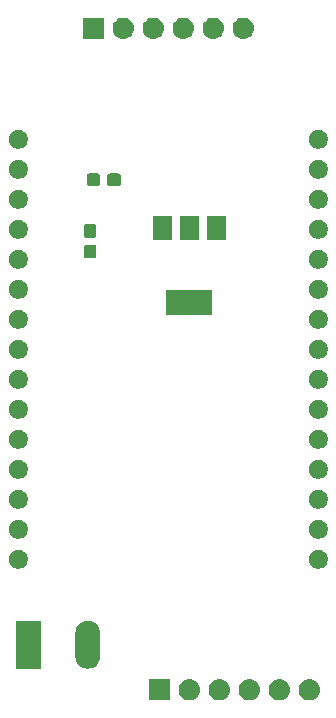
<source format=gts>
G04 #@! TF.GenerationSoftware,KiCad,Pcbnew,(5.0.2)-1*
G04 #@! TF.CreationDate,2019-03-03T23:17:22+08:00*
G04 #@! TF.ProjectId,pcbtest-nrf24_breakout,70636274-6573-4742-9d6e-726632345f62,rev?*
G04 #@! TF.SameCoordinates,Original*
G04 #@! TF.FileFunction,Soldermask,Top*
G04 #@! TF.FilePolarity,Negative*
%FSLAX46Y46*%
G04 Gerber Fmt 4.6, Leading zero omitted, Abs format (unit mm)*
G04 Created by KiCad (PCBNEW (5.0.2)-1) date 03-Mar-19 11:17:22 PM*
%MOMM*%
%LPD*%
G01*
G04 APERTURE LIST*
%ADD10C,0.100000*%
G04 APERTURE END LIST*
D10*
G36*
X119519000Y-124218000D02*
X117717000Y-124218000D01*
X117717000Y-122416000D01*
X119519000Y-122416000D01*
X119519000Y-124218000D01*
X119519000Y-124218000D01*
G37*
G36*
X128888442Y-122422518D02*
X128954627Y-122429037D01*
X129067853Y-122463384D01*
X129124467Y-122480557D01*
X129263087Y-122554652D01*
X129280991Y-122564222D01*
X129316729Y-122593552D01*
X129418186Y-122676814D01*
X129501448Y-122778271D01*
X129530778Y-122814009D01*
X129530779Y-122814011D01*
X129614443Y-122970533D01*
X129614443Y-122970534D01*
X129665963Y-123140373D01*
X129683359Y-123317000D01*
X129665963Y-123493627D01*
X129631616Y-123606853D01*
X129614443Y-123663467D01*
X129540348Y-123802087D01*
X129530778Y-123819991D01*
X129501448Y-123855729D01*
X129418186Y-123957186D01*
X129316729Y-124040448D01*
X129280991Y-124069778D01*
X129280989Y-124069779D01*
X129124467Y-124153443D01*
X129067853Y-124170616D01*
X128954627Y-124204963D01*
X128888442Y-124211482D01*
X128822260Y-124218000D01*
X128733740Y-124218000D01*
X128667558Y-124211482D01*
X128601373Y-124204963D01*
X128488147Y-124170616D01*
X128431533Y-124153443D01*
X128275011Y-124069779D01*
X128275009Y-124069778D01*
X128239271Y-124040448D01*
X128137814Y-123957186D01*
X128054552Y-123855729D01*
X128025222Y-123819991D01*
X128015652Y-123802087D01*
X127941557Y-123663467D01*
X127924384Y-123606853D01*
X127890037Y-123493627D01*
X127872641Y-123317000D01*
X127890037Y-123140373D01*
X127941557Y-122970534D01*
X127941557Y-122970533D01*
X128025221Y-122814011D01*
X128025222Y-122814009D01*
X128054552Y-122778271D01*
X128137814Y-122676814D01*
X128239271Y-122593552D01*
X128275009Y-122564222D01*
X128292913Y-122554652D01*
X128431533Y-122480557D01*
X128488147Y-122463384D01*
X128601373Y-122429037D01*
X128667558Y-122422518D01*
X128733740Y-122416000D01*
X128822260Y-122416000D01*
X128888442Y-122422518D01*
X128888442Y-122422518D01*
G37*
G36*
X131428442Y-122422518D02*
X131494627Y-122429037D01*
X131607853Y-122463384D01*
X131664467Y-122480557D01*
X131803087Y-122554652D01*
X131820991Y-122564222D01*
X131856729Y-122593552D01*
X131958186Y-122676814D01*
X132041448Y-122778271D01*
X132070778Y-122814009D01*
X132070779Y-122814011D01*
X132154443Y-122970533D01*
X132154443Y-122970534D01*
X132205963Y-123140373D01*
X132223359Y-123317000D01*
X132205963Y-123493627D01*
X132171616Y-123606853D01*
X132154443Y-123663467D01*
X132080348Y-123802087D01*
X132070778Y-123819991D01*
X132041448Y-123855729D01*
X131958186Y-123957186D01*
X131856729Y-124040448D01*
X131820991Y-124069778D01*
X131820989Y-124069779D01*
X131664467Y-124153443D01*
X131607853Y-124170616D01*
X131494627Y-124204963D01*
X131428442Y-124211482D01*
X131362260Y-124218000D01*
X131273740Y-124218000D01*
X131207558Y-124211482D01*
X131141373Y-124204963D01*
X131028147Y-124170616D01*
X130971533Y-124153443D01*
X130815011Y-124069779D01*
X130815009Y-124069778D01*
X130779271Y-124040448D01*
X130677814Y-123957186D01*
X130594552Y-123855729D01*
X130565222Y-123819991D01*
X130555652Y-123802087D01*
X130481557Y-123663467D01*
X130464384Y-123606853D01*
X130430037Y-123493627D01*
X130412641Y-123317000D01*
X130430037Y-123140373D01*
X130481557Y-122970534D01*
X130481557Y-122970533D01*
X130565221Y-122814011D01*
X130565222Y-122814009D01*
X130594552Y-122778271D01*
X130677814Y-122676814D01*
X130779271Y-122593552D01*
X130815009Y-122564222D01*
X130832913Y-122554652D01*
X130971533Y-122480557D01*
X131028147Y-122463384D01*
X131141373Y-122429037D01*
X131207558Y-122422518D01*
X131273740Y-122416000D01*
X131362260Y-122416000D01*
X131428442Y-122422518D01*
X131428442Y-122422518D01*
G37*
G36*
X126348442Y-122422518D02*
X126414627Y-122429037D01*
X126527853Y-122463384D01*
X126584467Y-122480557D01*
X126723087Y-122554652D01*
X126740991Y-122564222D01*
X126776729Y-122593552D01*
X126878186Y-122676814D01*
X126961448Y-122778271D01*
X126990778Y-122814009D01*
X126990779Y-122814011D01*
X127074443Y-122970533D01*
X127074443Y-122970534D01*
X127125963Y-123140373D01*
X127143359Y-123317000D01*
X127125963Y-123493627D01*
X127091616Y-123606853D01*
X127074443Y-123663467D01*
X127000348Y-123802087D01*
X126990778Y-123819991D01*
X126961448Y-123855729D01*
X126878186Y-123957186D01*
X126776729Y-124040448D01*
X126740991Y-124069778D01*
X126740989Y-124069779D01*
X126584467Y-124153443D01*
X126527853Y-124170616D01*
X126414627Y-124204963D01*
X126348442Y-124211482D01*
X126282260Y-124218000D01*
X126193740Y-124218000D01*
X126127558Y-124211482D01*
X126061373Y-124204963D01*
X125948147Y-124170616D01*
X125891533Y-124153443D01*
X125735011Y-124069779D01*
X125735009Y-124069778D01*
X125699271Y-124040448D01*
X125597814Y-123957186D01*
X125514552Y-123855729D01*
X125485222Y-123819991D01*
X125475652Y-123802087D01*
X125401557Y-123663467D01*
X125384384Y-123606853D01*
X125350037Y-123493627D01*
X125332641Y-123317000D01*
X125350037Y-123140373D01*
X125401557Y-122970534D01*
X125401557Y-122970533D01*
X125485221Y-122814011D01*
X125485222Y-122814009D01*
X125514552Y-122778271D01*
X125597814Y-122676814D01*
X125699271Y-122593552D01*
X125735009Y-122564222D01*
X125752913Y-122554652D01*
X125891533Y-122480557D01*
X125948147Y-122463384D01*
X126061373Y-122429037D01*
X126127558Y-122422518D01*
X126193740Y-122416000D01*
X126282260Y-122416000D01*
X126348442Y-122422518D01*
X126348442Y-122422518D01*
G37*
G36*
X121268442Y-122422518D02*
X121334627Y-122429037D01*
X121447853Y-122463384D01*
X121504467Y-122480557D01*
X121643087Y-122554652D01*
X121660991Y-122564222D01*
X121696729Y-122593552D01*
X121798186Y-122676814D01*
X121881448Y-122778271D01*
X121910778Y-122814009D01*
X121910779Y-122814011D01*
X121994443Y-122970533D01*
X121994443Y-122970534D01*
X122045963Y-123140373D01*
X122063359Y-123317000D01*
X122045963Y-123493627D01*
X122011616Y-123606853D01*
X121994443Y-123663467D01*
X121920348Y-123802087D01*
X121910778Y-123819991D01*
X121881448Y-123855729D01*
X121798186Y-123957186D01*
X121696729Y-124040448D01*
X121660991Y-124069778D01*
X121660989Y-124069779D01*
X121504467Y-124153443D01*
X121447853Y-124170616D01*
X121334627Y-124204963D01*
X121268442Y-124211482D01*
X121202260Y-124218000D01*
X121113740Y-124218000D01*
X121047558Y-124211482D01*
X120981373Y-124204963D01*
X120868147Y-124170616D01*
X120811533Y-124153443D01*
X120655011Y-124069779D01*
X120655009Y-124069778D01*
X120619271Y-124040448D01*
X120517814Y-123957186D01*
X120434552Y-123855729D01*
X120405222Y-123819991D01*
X120395652Y-123802087D01*
X120321557Y-123663467D01*
X120304384Y-123606853D01*
X120270037Y-123493627D01*
X120252641Y-123317000D01*
X120270037Y-123140373D01*
X120321557Y-122970534D01*
X120321557Y-122970533D01*
X120405221Y-122814011D01*
X120405222Y-122814009D01*
X120434552Y-122778271D01*
X120517814Y-122676814D01*
X120619271Y-122593552D01*
X120655009Y-122564222D01*
X120672913Y-122554652D01*
X120811533Y-122480557D01*
X120868147Y-122463384D01*
X120981373Y-122429037D01*
X121047558Y-122422518D01*
X121113740Y-122416000D01*
X121202260Y-122416000D01*
X121268442Y-122422518D01*
X121268442Y-122422518D01*
G37*
G36*
X123808442Y-122422518D02*
X123874627Y-122429037D01*
X123987853Y-122463384D01*
X124044467Y-122480557D01*
X124183087Y-122554652D01*
X124200991Y-122564222D01*
X124236729Y-122593552D01*
X124338186Y-122676814D01*
X124421448Y-122778271D01*
X124450778Y-122814009D01*
X124450779Y-122814011D01*
X124534443Y-122970533D01*
X124534443Y-122970534D01*
X124585963Y-123140373D01*
X124603359Y-123317000D01*
X124585963Y-123493627D01*
X124551616Y-123606853D01*
X124534443Y-123663467D01*
X124460348Y-123802087D01*
X124450778Y-123819991D01*
X124421448Y-123855729D01*
X124338186Y-123957186D01*
X124236729Y-124040448D01*
X124200991Y-124069778D01*
X124200989Y-124069779D01*
X124044467Y-124153443D01*
X123987853Y-124170616D01*
X123874627Y-124204963D01*
X123808442Y-124211482D01*
X123742260Y-124218000D01*
X123653740Y-124218000D01*
X123587558Y-124211482D01*
X123521373Y-124204963D01*
X123408147Y-124170616D01*
X123351533Y-124153443D01*
X123195011Y-124069779D01*
X123195009Y-124069778D01*
X123159271Y-124040448D01*
X123057814Y-123957186D01*
X122974552Y-123855729D01*
X122945222Y-123819991D01*
X122935652Y-123802087D01*
X122861557Y-123663467D01*
X122844384Y-123606853D01*
X122810037Y-123493627D01*
X122792641Y-123317000D01*
X122810037Y-123140373D01*
X122861557Y-122970534D01*
X122861557Y-122970533D01*
X122945221Y-122814011D01*
X122945222Y-122814009D01*
X122974552Y-122778271D01*
X123057814Y-122676814D01*
X123159271Y-122593552D01*
X123195009Y-122564222D01*
X123212913Y-122554652D01*
X123351533Y-122480557D01*
X123408147Y-122463384D01*
X123521373Y-122429037D01*
X123587558Y-122422518D01*
X123653740Y-122416000D01*
X123742260Y-122416000D01*
X123808442Y-122422518D01*
X123808442Y-122422518D01*
G37*
G36*
X112773071Y-117491063D02*
X112903890Y-117530747D01*
X112969301Y-117550589D01*
X113065965Y-117602257D01*
X113150146Y-117647253D01*
X113150148Y-117647254D01*
X113150147Y-117647254D01*
X113308659Y-117777341D01*
X113438746Y-117935852D01*
X113535411Y-118116698D01*
X113555253Y-118182109D01*
X113594937Y-118312928D01*
X113610000Y-118465868D01*
X113610000Y-120548132D01*
X113594937Y-120701072D01*
X113555253Y-120831891D01*
X113535411Y-120897302D01*
X113438746Y-121078148D01*
X113308659Y-121236659D01*
X113150148Y-121366746D01*
X112969302Y-121463411D01*
X112903891Y-121483253D01*
X112773072Y-121522937D01*
X112569000Y-121543036D01*
X112364929Y-121522937D01*
X112234110Y-121483253D01*
X112168699Y-121463411D01*
X111987853Y-121366746D01*
X111829342Y-121236659D01*
X111699255Y-121078148D01*
X111602590Y-120897302D01*
X111582748Y-120831891D01*
X111543064Y-120701072D01*
X111528001Y-120548132D01*
X111528000Y-118465869D01*
X111543063Y-118312929D01*
X111602589Y-118116700D01*
X111602589Y-118116699D01*
X111699254Y-117935853D01*
X111829341Y-117777341D01*
X111987852Y-117647254D01*
X112168698Y-117550589D01*
X112234109Y-117530747D01*
X112364928Y-117491063D01*
X112569000Y-117470964D01*
X112773071Y-117491063D01*
X112773071Y-117491063D01*
G37*
G36*
X108610000Y-121538000D02*
X106528000Y-121538000D01*
X106528000Y-117476000D01*
X108610000Y-117476000D01*
X108610000Y-121538000D01*
X108610000Y-121538000D01*
G37*
G36*
X106917142Y-111486242D02*
X107065102Y-111547530D01*
X107198258Y-111636502D01*
X107311498Y-111749742D01*
X107400470Y-111882898D01*
X107461758Y-112030858D01*
X107493000Y-112187925D01*
X107493000Y-112348075D01*
X107461758Y-112505142D01*
X107400470Y-112653102D01*
X107311498Y-112786258D01*
X107198258Y-112899498D01*
X107065102Y-112988470D01*
X106917142Y-113049758D01*
X106760075Y-113081000D01*
X106599925Y-113081000D01*
X106442858Y-113049758D01*
X106294898Y-112988470D01*
X106161742Y-112899498D01*
X106048502Y-112786258D01*
X105959530Y-112653102D01*
X105898242Y-112505142D01*
X105867000Y-112348075D01*
X105867000Y-112187925D01*
X105898242Y-112030858D01*
X105959530Y-111882898D01*
X106048502Y-111749742D01*
X106161742Y-111636502D01*
X106294898Y-111547530D01*
X106442858Y-111486242D01*
X106599925Y-111455000D01*
X106760075Y-111455000D01*
X106917142Y-111486242D01*
X106917142Y-111486242D01*
G37*
G36*
X132317142Y-111486242D02*
X132465102Y-111547530D01*
X132598258Y-111636502D01*
X132711498Y-111749742D01*
X132800470Y-111882898D01*
X132861758Y-112030858D01*
X132893000Y-112187925D01*
X132893000Y-112348075D01*
X132861758Y-112505142D01*
X132800470Y-112653102D01*
X132711498Y-112786258D01*
X132598258Y-112899498D01*
X132465102Y-112988470D01*
X132317142Y-113049758D01*
X132160075Y-113081000D01*
X131999925Y-113081000D01*
X131842858Y-113049758D01*
X131694898Y-112988470D01*
X131561742Y-112899498D01*
X131448502Y-112786258D01*
X131359530Y-112653102D01*
X131298242Y-112505142D01*
X131267000Y-112348075D01*
X131267000Y-112187925D01*
X131298242Y-112030858D01*
X131359530Y-111882898D01*
X131448502Y-111749742D01*
X131561742Y-111636502D01*
X131694898Y-111547530D01*
X131842858Y-111486242D01*
X131999925Y-111455000D01*
X132160075Y-111455000D01*
X132317142Y-111486242D01*
X132317142Y-111486242D01*
G37*
G36*
X132317142Y-108946242D02*
X132465102Y-109007530D01*
X132598258Y-109096502D01*
X132711498Y-109209742D01*
X132800470Y-109342898D01*
X132861758Y-109490858D01*
X132893000Y-109647925D01*
X132893000Y-109808075D01*
X132861758Y-109965142D01*
X132800470Y-110113102D01*
X132711498Y-110246258D01*
X132598258Y-110359498D01*
X132465102Y-110448470D01*
X132317142Y-110509758D01*
X132160075Y-110541000D01*
X131999925Y-110541000D01*
X131842858Y-110509758D01*
X131694898Y-110448470D01*
X131561742Y-110359498D01*
X131448502Y-110246258D01*
X131359530Y-110113102D01*
X131298242Y-109965142D01*
X131267000Y-109808075D01*
X131267000Y-109647925D01*
X131298242Y-109490858D01*
X131359530Y-109342898D01*
X131448502Y-109209742D01*
X131561742Y-109096502D01*
X131694898Y-109007530D01*
X131842858Y-108946242D01*
X131999925Y-108915000D01*
X132160075Y-108915000D01*
X132317142Y-108946242D01*
X132317142Y-108946242D01*
G37*
G36*
X106917142Y-108946242D02*
X107065102Y-109007530D01*
X107198258Y-109096502D01*
X107311498Y-109209742D01*
X107400470Y-109342898D01*
X107461758Y-109490858D01*
X107493000Y-109647925D01*
X107493000Y-109808075D01*
X107461758Y-109965142D01*
X107400470Y-110113102D01*
X107311498Y-110246258D01*
X107198258Y-110359498D01*
X107065102Y-110448470D01*
X106917142Y-110509758D01*
X106760075Y-110541000D01*
X106599925Y-110541000D01*
X106442858Y-110509758D01*
X106294898Y-110448470D01*
X106161742Y-110359498D01*
X106048502Y-110246258D01*
X105959530Y-110113102D01*
X105898242Y-109965142D01*
X105867000Y-109808075D01*
X105867000Y-109647925D01*
X105898242Y-109490858D01*
X105959530Y-109342898D01*
X106048502Y-109209742D01*
X106161742Y-109096502D01*
X106294898Y-109007530D01*
X106442858Y-108946242D01*
X106599925Y-108915000D01*
X106760075Y-108915000D01*
X106917142Y-108946242D01*
X106917142Y-108946242D01*
G37*
G36*
X132317142Y-106406242D02*
X132465102Y-106467530D01*
X132598258Y-106556502D01*
X132711498Y-106669742D01*
X132800470Y-106802898D01*
X132861758Y-106950858D01*
X132893000Y-107107925D01*
X132893000Y-107268075D01*
X132861758Y-107425142D01*
X132800470Y-107573102D01*
X132711498Y-107706258D01*
X132598258Y-107819498D01*
X132465102Y-107908470D01*
X132317142Y-107969758D01*
X132160075Y-108001000D01*
X131999925Y-108001000D01*
X131842858Y-107969758D01*
X131694898Y-107908470D01*
X131561742Y-107819498D01*
X131448502Y-107706258D01*
X131359530Y-107573102D01*
X131298242Y-107425142D01*
X131267000Y-107268075D01*
X131267000Y-107107925D01*
X131298242Y-106950858D01*
X131359530Y-106802898D01*
X131448502Y-106669742D01*
X131561742Y-106556502D01*
X131694898Y-106467530D01*
X131842858Y-106406242D01*
X131999925Y-106375000D01*
X132160075Y-106375000D01*
X132317142Y-106406242D01*
X132317142Y-106406242D01*
G37*
G36*
X106917142Y-106406242D02*
X107065102Y-106467530D01*
X107198258Y-106556502D01*
X107311498Y-106669742D01*
X107400470Y-106802898D01*
X107461758Y-106950858D01*
X107493000Y-107107925D01*
X107493000Y-107268075D01*
X107461758Y-107425142D01*
X107400470Y-107573102D01*
X107311498Y-107706258D01*
X107198258Y-107819498D01*
X107065102Y-107908470D01*
X106917142Y-107969758D01*
X106760075Y-108001000D01*
X106599925Y-108001000D01*
X106442858Y-107969758D01*
X106294898Y-107908470D01*
X106161742Y-107819498D01*
X106048502Y-107706258D01*
X105959530Y-107573102D01*
X105898242Y-107425142D01*
X105867000Y-107268075D01*
X105867000Y-107107925D01*
X105898242Y-106950858D01*
X105959530Y-106802898D01*
X106048502Y-106669742D01*
X106161742Y-106556502D01*
X106294898Y-106467530D01*
X106442858Y-106406242D01*
X106599925Y-106375000D01*
X106760075Y-106375000D01*
X106917142Y-106406242D01*
X106917142Y-106406242D01*
G37*
G36*
X106917142Y-103866242D02*
X107065102Y-103927530D01*
X107198258Y-104016502D01*
X107311498Y-104129742D01*
X107400470Y-104262898D01*
X107461758Y-104410858D01*
X107493000Y-104567925D01*
X107493000Y-104728075D01*
X107461758Y-104885142D01*
X107400470Y-105033102D01*
X107311498Y-105166258D01*
X107198258Y-105279498D01*
X107065102Y-105368470D01*
X106917142Y-105429758D01*
X106760075Y-105461000D01*
X106599925Y-105461000D01*
X106442858Y-105429758D01*
X106294898Y-105368470D01*
X106161742Y-105279498D01*
X106048502Y-105166258D01*
X105959530Y-105033102D01*
X105898242Y-104885142D01*
X105867000Y-104728075D01*
X105867000Y-104567925D01*
X105898242Y-104410858D01*
X105959530Y-104262898D01*
X106048502Y-104129742D01*
X106161742Y-104016502D01*
X106294898Y-103927530D01*
X106442858Y-103866242D01*
X106599925Y-103835000D01*
X106760075Y-103835000D01*
X106917142Y-103866242D01*
X106917142Y-103866242D01*
G37*
G36*
X132317142Y-103866242D02*
X132465102Y-103927530D01*
X132598258Y-104016502D01*
X132711498Y-104129742D01*
X132800470Y-104262898D01*
X132861758Y-104410858D01*
X132893000Y-104567925D01*
X132893000Y-104728075D01*
X132861758Y-104885142D01*
X132800470Y-105033102D01*
X132711498Y-105166258D01*
X132598258Y-105279498D01*
X132465102Y-105368470D01*
X132317142Y-105429758D01*
X132160075Y-105461000D01*
X131999925Y-105461000D01*
X131842858Y-105429758D01*
X131694898Y-105368470D01*
X131561742Y-105279498D01*
X131448502Y-105166258D01*
X131359530Y-105033102D01*
X131298242Y-104885142D01*
X131267000Y-104728075D01*
X131267000Y-104567925D01*
X131298242Y-104410858D01*
X131359530Y-104262898D01*
X131448502Y-104129742D01*
X131561742Y-104016502D01*
X131694898Y-103927530D01*
X131842858Y-103866242D01*
X131999925Y-103835000D01*
X132160075Y-103835000D01*
X132317142Y-103866242D01*
X132317142Y-103866242D01*
G37*
G36*
X132317142Y-101326242D02*
X132465102Y-101387530D01*
X132598258Y-101476502D01*
X132711498Y-101589742D01*
X132800470Y-101722898D01*
X132861758Y-101870858D01*
X132893000Y-102027925D01*
X132893000Y-102188075D01*
X132861758Y-102345142D01*
X132800470Y-102493102D01*
X132711498Y-102626258D01*
X132598258Y-102739498D01*
X132465102Y-102828470D01*
X132317142Y-102889758D01*
X132160075Y-102921000D01*
X131999925Y-102921000D01*
X131842858Y-102889758D01*
X131694898Y-102828470D01*
X131561742Y-102739498D01*
X131448502Y-102626258D01*
X131359530Y-102493102D01*
X131298242Y-102345142D01*
X131267000Y-102188075D01*
X131267000Y-102027925D01*
X131298242Y-101870858D01*
X131359530Y-101722898D01*
X131448502Y-101589742D01*
X131561742Y-101476502D01*
X131694898Y-101387530D01*
X131842858Y-101326242D01*
X131999925Y-101295000D01*
X132160075Y-101295000D01*
X132317142Y-101326242D01*
X132317142Y-101326242D01*
G37*
G36*
X106917142Y-101326242D02*
X107065102Y-101387530D01*
X107198258Y-101476502D01*
X107311498Y-101589742D01*
X107400470Y-101722898D01*
X107461758Y-101870858D01*
X107493000Y-102027925D01*
X107493000Y-102188075D01*
X107461758Y-102345142D01*
X107400470Y-102493102D01*
X107311498Y-102626258D01*
X107198258Y-102739498D01*
X107065102Y-102828470D01*
X106917142Y-102889758D01*
X106760075Y-102921000D01*
X106599925Y-102921000D01*
X106442858Y-102889758D01*
X106294898Y-102828470D01*
X106161742Y-102739498D01*
X106048502Y-102626258D01*
X105959530Y-102493102D01*
X105898242Y-102345142D01*
X105867000Y-102188075D01*
X105867000Y-102027925D01*
X105898242Y-101870858D01*
X105959530Y-101722898D01*
X106048502Y-101589742D01*
X106161742Y-101476502D01*
X106294898Y-101387530D01*
X106442858Y-101326242D01*
X106599925Y-101295000D01*
X106760075Y-101295000D01*
X106917142Y-101326242D01*
X106917142Y-101326242D01*
G37*
G36*
X106917142Y-98786242D02*
X107065102Y-98847530D01*
X107198258Y-98936502D01*
X107311498Y-99049742D01*
X107400470Y-99182898D01*
X107461758Y-99330858D01*
X107493000Y-99487925D01*
X107493000Y-99648075D01*
X107461758Y-99805142D01*
X107400470Y-99953102D01*
X107311498Y-100086258D01*
X107198258Y-100199498D01*
X107065102Y-100288470D01*
X106917142Y-100349758D01*
X106760075Y-100381000D01*
X106599925Y-100381000D01*
X106442858Y-100349758D01*
X106294898Y-100288470D01*
X106161742Y-100199498D01*
X106048502Y-100086258D01*
X105959530Y-99953102D01*
X105898242Y-99805142D01*
X105867000Y-99648075D01*
X105867000Y-99487925D01*
X105898242Y-99330858D01*
X105959530Y-99182898D01*
X106048502Y-99049742D01*
X106161742Y-98936502D01*
X106294898Y-98847530D01*
X106442858Y-98786242D01*
X106599925Y-98755000D01*
X106760075Y-98755000D01*
X106917142Y-98786242D01*
X106917142Y-98786242D01*
G37*
G36*
X132317142Y-98786242D02*
X132465102Y-98847530D01*
X132598258Y-98936502D01*
X132711498Y-99049742D01*
X132800470Y-99182898D01*
X132861758Y-99330858D01*
X132893000Y-99487925D01*
X132893000Y-99648075D01*
X132861758Y-99805142D01*
X132800470Y-99953102D01*
X132711498Y-100086258D01*
X132598258Y-100199498D01*
X132465102Y-100288470D01*
X132317142Y-100349758D01*
X132160075Y-100381000D01*
X131999925Y-100381000D01*
X131842858Y-100349758D01*
X131694898Y-100288470D01*
X131561742Y-100199498D01*
X131448502Y-100086258D01*
X131359530Y-99953102D01*
X131298242Y-99805142D01*
X131267000Y-99648075D01*
X131267000Y-99487925D01*
X131298242Y-99330858D01*
X131359530Y-99182898D01*
X131448502Y-99049742D01*
X131561742Y-98936502D01*
X131694898Y-98847530D01*
X131842858Y-98786242D01*
X131999925Y-98755000D01*
X132160075Y-98755000D01*
X132317142Y-98786242D01*
X132317142Y-98786242D01*
G37*
G36*
X106917142Y-96246242D02*
X107065102Y-96307530D01*
X107198258Y-96396502D01*
X107311498Y-96509742D01*
X107400470Y-96642898D01*
X107461758Y-96790858D01*
X107493000Y-96947925D01*
X107493000Y-97108075D01*
X107461758Y-97265142D01*
X107400470Y-97413102D01*
X107311498Y-97546258D01*
X107198258Y-97659498D01*
X107065102Y-97748470D01*
X106917142Y-97809758D01*
X106760075Y-97841000D01*
X106599925Y-97841000D01*
X106442858Y-97809758D01*
X106294898Y-97748470D01*
X106161742Y-97659498D01*
X106048502Y-97546258D01*
X105959530Y-97413102D01*
X105898242Y-97265142D01*
X105867000Y-97108075D01*
X105867000Y-96947925D01*
X105898242Y-96790858D01*
X105959530Y-96642898D01*
X106048502Y-96509742D01*
X106161742Y-96396502D01*
X106294898Y-96307530D01*
X106442858Y-96246242D01*
X106599925Y-96215000D01*
X106760075Y-96215000D01*
X106917142Y-96246242D01*
X106917142Y-96246242D01*
G37*
G36*
X132317142Y-96246242D02*
X132465102Y-96307530D01*
X132598258Y-96396502D01*
X132711498Y-96509742D01*
X132800470Y-96642898D01*
X132861758Y-96790858D01*
X132893000Y-96947925D01*
X132893000Y-97108075D01*
X132861758Y-97265142D01*
X132800470Y-97413102D01*
X132711498Y-97546258D01*
X132598258Y-97659498D01*
X132465102Y-97748470D01*
X132317142Y-97809758D01*
X132160075Y-97841000D01*
X131999925Y-97841000D01*
X131842858Y-97809758D01*
X131694898Y-97748470D01*
X131561742Y-97659498D01*
X131448502Y-97546258D01*
X131359530Y-97413102D01*
X131298242Y-97265142D01*
X131267000Y-97108075D01*
X131267000Y-96947925D01*
X131298242Y-96790858D01*
X131359530Y-96642898D01*
X131448502Y-96509742D01*
X131561742Y-96396502D01*
X131694898Y-96307530D01*
X131842858Y-96246242D01*
X131999925Y-96215000D01*
X132160075Y-96215000D01*
X132317142Y-96246242D01*
X132317142Y-96246242D01*
G37*
G36*
X106917142Y-93706242D02*
X107065102Y-93767530D01*
X107198258Y-93856502D01*
X107311498Y-93969742D01*
X107400470Y-94102898D01*
X107461758Y-94250858D01*
X107493000Y-94407925D01*
X107493000Y-94568075D01*
X107461758Y-94725142D01*
X107400470Y-94873102D01*
X107311498Y-95006258D01*
X107198258Y-95119498D01*
X107065102Y-95208470D01*
X106917142Y-95269758D01*
X106760075Y-95301000D01*
X106599925Y-95301000D01*
X106442858Y-95269758D01*
X106294898Y-95208470D01*
X106161742Y-95119498D01*
X106048502Y-95006258D01*
X105959530Y-94873102D01*
X105898242Y-94725142D01*
X105867000Y-94568075D01*
X105867000Y-94407925D01*
X105898242Y-94250858D01*
X105959530Y-94102898D01*
X106048502Y-93969742D01*
X106161742Y-93856502D01*
X106294898Y-93767530D01*
X106442858Y-93706242D01*
X106599925Y-93675000D01*
X106760075Y-93675000D01*
X106917142Y-93706242D01*
X106917142Y-93706242D01*
G37*
G36*
X132317142Y-93706242D02*
X132465102Y-93767530D01*
X132598258Y-93856502D01*
X132711498Y-93969742D01*
X132800470Y-94102898D01*
X132861758Y-94250858D01*
X132893000Y-94407925D01*
X132893000Y-94568075D01*
X132861758Y-94725142D01*
X132800470Y-94873102D01*
X132711498Y-95006258D01*
X132598258Y-95119498D01*
X132465102Y-95208470D01*
X132317142Y-95269758D01*
X132160075Y-95301000D01*
X131999925Y-95301000D01*
X131842858Y-95269758D01*
X131694898Y-95208470D01*
X131561742Y-95119498D01*
X131448502Y-95006258D01*
X131359530Y-94873102D01*
X131298242Y-94725142D01*
X131267000Y-94568075D01*
X131267000Y-94407925D01*
X131298242Y-94250858D01*
X131359530Y-94102898D01*
X131448502Y-93969742D01*
X131561742Y-93856502D01*
X131694898Y-93767530D01*
X131842858Y-93706242D01*
X131999925Y-93675000D01*
X132160075Y-93675000D01*
X132317142Y-93706242D01*
X132317142Y-93706242D01*
G37*
G36*
X132317142Y-91166242D02*
X132465102Y-91227530D01*
X132598258Y-91316502D01*
X132711498Y-91429742D01*
X132800470Y-91562898D01*
X132861758Y-91710858D01*
X132893000Y-91867925D01*
X132893000Y-92028075D01*
X132861758Y-92185142D01*
X132800470Y-92333102D01*
X132711498Y-92466258D01*
X132598258Y-92579498D01*
X132465102Y-92668470D01*
X132317142Y-92729758D01*
X132160075Y-92761000D01*
X131999925Y-92761000D01*
X131842858Y-92729758D01*
X131694898Y-92668470D01*
X131561742Y-92579498D01*
X131448502Y-92466258D01*
X131359530Y-92333102D01*
X131298242Y-92185142D01*
X131267000Y-92028075D01*
X131267000Y-91867925D01*
X131298242Y-91710858D01*
X131359530Y-91562898D01*
X131448502Y-91429742D01*
X131561742Y-91316502D01*
X131694898Y-91227530D01*
X131842858Y-91166242D01*
X131999925Y-91135000D01*
X132160075Y-91135000D01*
X132317142Y-91166242D01*
X132317142Y-91166242D01*
G37*
G36*
X106917142Y-91166242D02*
X107065102Y-91227530D01*
X107198258Y-91316502D01*
X107311498Y-91429742D01*
X107400470Y-91562898D01*
X107461758Y-91710858D01*
X107493000Y-91867925D01*
X107493000Y-92028075D01*
X107461758Y-92185142D01*
X107400470Y-92333102D01*
X107311498Y-92466258D01*
X107198258Y-92579498D01*
X107065102Y-92668470D01*
X106917142Y-92729758D01*
X106760075Y-92761000D01*
X106599925Y-92761000D01*
X106442858Y-92729758D01*
X106294898Y-92668470D01*
X106161742Y-92579498D01*
X106048502Y-92466258D01*
X105959530Y-92333102D01*
X105898242Y-92185142D01*
X105867000Y-92028075D01*
X105867000Y-91867925D01*
X105898242Y-91710858D01*
X105959530Y-91562898D01*
X106048502Y-91429742D01*
X106161742Y-91316502D01*
X106294898Y-91227530D01*
X106442858Y-91166242D01*
X106599925Y-91135000D01*
X106760075Y-91135000D01*
X106917142Y-91166242D01*
X106917142Y-91166242D01*
G37*
G36*
X123109000Y-91577000D02*
X119207000Y-91577000D01*
X119207000Y-89475000D01*
X123109000Y-89475000D01*
X123109000Y-91577000D01*
X123109000Y-91577000D01*
G37*
G36*
X132317142Y-88626242D02*
X132465102Y-88687530D01*
X132598258Y-88776502D01*
X132711498Y-88889742D01*
X132800470Y-89022898D01*
X132861758Y-89170858D01*
X132893000Y-89327925D01*
X132893000Y-89488075D01*
X132861758Y-89645142D01*
X132800470Y-89793102D01*
X132711498Y-89926258D01*
X132598258Y-90039498D01*
X132465102Y-90128470D01*
X132317142Y-90189758D01*
X132160075Y-90221000D01*
X131999925Y-90221000D01*
X131842858Y-90189758D01*
X131694898Y-90128470D01*
X131561742Y-90039498D01*
X131448502Y-89926258D01*
X131359530Y-89793102D01*
X131298242Y-89645142D01*
X131267000Y-89488075D01*
X131267000Y-89327925D01*
X131298242Y-89170858D01*
X131359530Y-89022898D01*
X131448502Y-88889742D01*
X131561742Y-88776502D01*
X131694898Y-88687530D01*
X131842858Y-88626242D01*
X131999925Y-88595000D01*
X132160075Y-88595000D01*
X132317142Y-88626242D01*
X132317142Y-88626242D01*
G37*
G36*
X106917142Y-88626242D02*
X107065102Y-88687530D01*
X107198258Y-88776502D01*
X107311498Y-88889742D01*
X107400470Y-89022898D01*
X107461758Y-89170858D01*
X107493000Y-89327925D01*
X107493000Y-89488075D01*
X107461758Y-89645142D01*
X107400470Y-89793102D01*
X107311498Y-89926258D01*
X107198258Y-90039498D01*
X107065102Y-90128470D01*
X106917142Y-90189758D01*
X106760075Y-90221000D01*
X106599925Y-90221000D01*
X106442858Y-90189758D01*
X106294898Y-90128470D01*
X106161742Y-90039498D01*
X106048502Y-89926258D01*
X105959530Y-89793102D01*
X105898242Y-89645142D01*
X105867000Y-89488075D01*
X105867000Y-89327925D01*
X105898242Y-89170858D01*
X105959530Y-89022898D01*
X106048502Y-88889742D01*
X106161742Y-88776502D01*
X106294898Y-88687530D01*
X106442858Y-88626242D01*
X106599925Y-88595000D01*
X106760075Y-88595000D01*
X106917142Y-88626242D01*
X106917142Y-88626242D01*
G37*
G36*
X132317142Y-86086242D02*
X132465102Y-86147530D01*
X132598258Y-86236502D01*
X132711498Y-86349742D01*
X132800470Y-86482898D01*
X132861758Y-86630858D01*
X132893000Y-86787925D01*
X132893000Y-86948075D01*
X132861758Y-87105142D01*
X132800470Y-87253102D01*
X132711498Y-87386258D01*
X132598258Y-87499498D01*
X132465102Y-87588470D01*
X132317142Y-87649758D01*
X132160075Y-87681000D01*
X131999925Y-87681000D01*
X131842858Y-87649758D01*
X131694898Y-87588470D01*
X131561742Y-87499498D01*
X131448502Y-87386258D01*
X131359530Y-87253102D01*
X131298242Y-87105142D01*
X131267000Y-86948075D01*
X131267000Y-86787925D01*
X131298242Y-86630858D01*
X131359530Y-86482898D01*
X131448502Y-86349742D01*
X131561742Y-86236502D01*
X131694898Y-86147530D01*
X131842858Y-86086242D01*
X131999925Y-86055000D01*
X132160075Y-86055000D01*
X132317142Y-86086242D01*
X132317142Y-86086242D01*
G37*
G36*
X106917142Y-86086242D02*
X107065102Y-86147530D01*
X107198258Y-86236502D01*
X107311498Y-86349742D01*
X107400470Y-86482898D01*
X107461758Y-86630858D01*
X107493000Y-86787925D01*
X107493000Y-86948075D01*
X107461758Y-87105142D01*
X107400470Y-87253102D01*
X107311498Y-87386258D01*
X107198258Y-87499498D01*
X107065102Y-87588470D01*
X106917142Y-87649758D01*
X106760075Y-87681000D01*
X106599925Y-87681000D01*
X106442858Y-87649758D01*
X106294898Y-87588470D01*
X106161742Y-87499498D01*
X106048502Y-87386258D01*
X105959530Y-87253102D01*
X105898242Y-87105142D01*
X105867000Y-86948075D01*
X105867000Y-86787925D01*
X105898242Y-86630858D01*
X105959530Y-86482898D01*
X106048502Y-86349742D01*
X106161742Y-86236502D01*
X106294898Y-86147530D01*
X106442858Y-86086242D01*
X106599925Y-86055000D01*
X106760075Y-86055000D01*
X106917142Y-86086242D01*
X106917142Y-86086242D01*
G37*
G36*
X113140499Y-85647445D02*
X113177993Y-85658819D01*
X113212557Y-85677294D01*
X113242847Y-85702153D01*
X113267706Y-85732443D01*
X113286181Y-85767007D01*
X113297555Y-85804501D01*
X113302000Y-85849638D01*
X113302000Y-86588362D01*
X113297555Y-86633499D01*
X113286181Y-86670993D01*
X113267706Y-86705557D01*
X113242847Y-86735847D01*
X113212557Y-86760706D01*
X113177993Y-86779181D01*
X113140499Y-86790555D01*
X113095362Y-86795000D01*
X112456638Y-86795000D01*
X112411501Y-86790555D01*
X112374007Y-86779181D01*
X112339443Y-86760706D01*
X112309153Y-86735847D01*
X112284294Y-86705557D01*
X112265819Y-86670993D01*
X112254445Y-86633499D01*
X112250000Y-86588362D01*
X112250000Y-85849638D01*
X112254445Y-85804501D01*
X112265819Y-85767007D01*
X112284294Y-85732443D01*
X112309153Y-85702153D01*
X112339443Y-85677294D01*
X112374007Y-85658819D01*
X112411501Y-85647445D01*
X112456638Y-85643000D01*
X113095362Y-85643000D01*
X113140499Y-85647445D01*
X113140499Y-85647445D01*
G37*
G36*
X124259000Y-85277000D02*
X122657000Y-85277000D01*
X122657000Y-83175000D01*
X124259000Y-83175000D01*
X124259000Y-85277000D01*
X124259000Y-85277000D01*
G37*
G36*
X119659000Y-85277000D02*
X118057000Y-85277000D01*
X118057000Y-83175000D01*
X119659000Y-83175000D01*
X119659000Y-85277000D01*
X119659000Y-85277000D01*
G37*
G36*
X121959000Y-85277000D02*
X120357000Y-85277000D01*
X120357000Y-83175000D01*
X121959000Y-83175000D01*
X121959000Y-85277000D01*
X121959000Y-85277000D01*
G37*
G36*
X132317142Y-83546242D02*
X132465102Y-83607530D01*
X132598258Y-83696502D01*
X132711498Y-83809742D01*
X132800470Y-83942898D01*
X132861758Y-84090858D01*
X132893000Y-84247925D01*
X132893000Y-84408075D01*
X132861758Y-84565142D01*
X132814354Y-84679583D01*
X132800471Y-84713100D01*
X132711499Y-84846257D01*
X132598257Y-84959499D01*
X132558824Y-84985847D01*
X132465102Y-85048470D01*
X132317142Y-85109758D01*
X132160075Y-85141000D01*
X131999925Y-85141000D01*
X131842858Y-85109758D01*
X131694898Y-85048470D01*
X131601176Y-84985847D01*
X131561743Y-84959499D01*
X131448501Y-84846257D01*
X131359529Y-84713100D01*
X131345646Y-84679583D01*
X131298242Y-84565142D01*
X131267000Y-84408075D01*
X131267000Y-84247925D01*
X131298242Y-84090858D01*
X131359530Y-83942898D01*
X131448502Y-83809742D01*
X131561742Y-83696502D01*
X131694898Y-83607530D01*
X131842858Y-83546242D01*
X131999925Y-83515000D01*
X132160075Y-83515000D01*
X132317142Y-83546242D01*
X132317142Y-83546242D01*
G37*
G36*
X106917142Y-83546242D02*
X107065102Y-83607530D01*
X107198258Y-83696502D01*
X107311498Y-83809742D01*
X107400470Y-83942898D01*
X107461758Y-84090858D01*
X107493000Y-84247925D01*
X107493000Y-84408075D01*
X107461758Y-84565142D01*
X107414354Y-84679583D01*
X107400471Y-84713100D01*
X107311499Y-84846257D01*
X107198257Y-84959499D01*
X107158824Y-84985847D01*
X107065102Y-85048470D01*
X106917142Y-85109758D01*
X106760075Y-85141000D01*
X106599925Y-85141000D01*
X106442858Y-85109758D01*
X106294898Y-85048470D01*
X106201176Y-84985847D01*
X106161743Y-84959499D01*
X106048501Y-84846257D01*
X105959529Y-84713100D01*
X105945646Y-84679583D01*
X105898242Y-84565142D01*
X105867000Y-84408075D01*
X105867000Y-84247925D01*
X105898242Y-84090858D01*
X105959530Y-83942898D01*
X106048502Y-83809742D01*
X106161742Y-83696502D01*
X106294898Y-83607530D01*
X106442858Y-83546242D01*
X106599925Y-83515000D01*
X106760075Y-83515000D01*
X106917142Y-83546242D01*
X106917142Y-83546242D01*
G37*
G36*
X113140499Y-83897445D02*
X113177993Y-83908819D01*
X113212557Y-83927294D01*
X113242847Y-83952153D01*
X113267706Y-83982443D01*
X113286181Y-84017007D01*
X113297555Y-84054501D01*
X113302000Y-84099638D01*
X113302000Y-84838362D01*
X113297555Y-84883499D01*
X113286181Y-84920993D01*
X113267706Y-84955557D01*
X113242847Y-84985847D01*
X113212557Y-85010706D01*
X113177993Y-85029181D01*
X113140499Y-85040555D01*
X113095362Y-85045000D01*
X112456638Y-85045000D01*
X112411501Y-85040555D01*
X112374007Y-85029181D01*
X112339443Y-85010706D01*
X112309153Y-84985847D01*
X112284294Y-84955557D01*
X112265819Y-84920993D01*
X112254445Y-84883499D01*
X112250000Y-84838362D01*
X112250000Y-84099638D01*
X112254445Y-84054501D01*
X112265819Y-84017007D01*
X112284294Y-83982443D01*
X112309153Y-83952153D01*
X112339443Y-83927294D01*
X112374007Y-83908819D01*
X112411501Y-83897445D01*
X112456638Y-83893000D01*
X113095362Y-83893000D01*
X113140499Y-83897445D01*
X113140499Y-83897445D01*
G37*
G36*
X106917142Y-81006242D02*
X107065102Y-81067530D01*
X107198258Y-81156502D01*
X107311498Y-81269742D01*
X107400470Y-81402898D01*
X107461758Y-81550858D01*
X107493000Y-81707925D01*
X107493000Y-81868075D01*
X107461758Y-82025142D01*
X107400470Y-82173102D01*
X107311498Y-82306258D01*
X107198258Y-82419498D01*
X107065102Y-82508470D01*
X106917142Y-82569758D01*
X106760075Y-82601000D01*
X106599925Y-82601000D01*
X106442858Y-82569758D01*
X106294898Y-82508470D01*
X106161742Y-82419498D01*
X106048502Y-82306258D01*
X105959530Y-82173102D01*
X105898242Y-82025142D01*
X105867000Y-81868075D01*
X105867000Y-81707925D01*
X105898242Y-81550858D01*
X105959530Y-81402898D01*
X106048502Y-81269742D01*
X106161742Y-81156502D01*
X106294898Y-81067530D01*
X106442858Y-81006242D01*
X106599925Y-80975000D01*
X106760075Y-80975000D01*
X106917142Y-81006242D01*
X106917142Y-81006242D01*
G37*
G36*
X132317142Y-81006242D02*
X132465102Y-81067530D01*
X132598258Y-81156502D01*
X132711498Y-81269742D01*
X132800470Y-81402898D01*
X132861758Y-81550858D01*
X132893000Y-81707925D01*
X132893000Y-81868075D01*
X132861758Y-82025142D01*
X132800470Y-82173102D01*
X132711498Y-82306258D01*
X132598258Y-82419498D01*
X132465102Y-82508470D01*
X132317142Y-82569758D01*
X132160075Y-82601000D01*
X131999925Y-82601000D01*
X131842858Y-82569758D01*
X131694898Y-82508470D01*
X131561742Y-82419498D01*
X131448502Y-82306258D01*
X131359530Y-82173102D01*
X131298242Y-82025142D01*
X131267000Y-81868075D01*
X131267000Y-81707925D01*
X131298242Y-81550858D01*
X131359530Y-81402898D01*
X131448502Y-81269742D01*
X131561742Y-81156502D01*
X131694898Y-81067530D01*
X131842858Y-81006242D01*
X131999925Y-80975000D01*
X132160075Y-80975000D01*
X132317142Y-81006242D01*
X132317142Y-81006242D01*
G37*
G36*
X115208499Y-79615445D02*
X115245993Y-79626819D01*
X115280557Y-79645294D01*
X115310847Y-79670153D01*
X115335706Y-79700443D01*
X115354181Y-79735007D01*
X115365555Y-79772501D01*
X115370000Y-79817638D01*
X115370000Y-80456362D01*
X115365555Y-80501499D01*
X115354181Y-80538993D01*
X115335706Y-80573557D01*
X115310847Y-80603847D01*
X115280557Y-80628706D01*
X115245993Y-80647181D01*
X115208499Y-80658555D01*
X115163362Y-80663000D01*
X114424638Y-80663000D01*
X114379501Y-80658555D01*
X114342007Y-80647181D01*
X114307443Y-80628706D01*
X114277153Y-80603847D01*
X114252294Y-80573557D01*
X114233819Y-80538993D01*
X114222445Y-80501499D01*
X114218000Y-80456362D01*
X114218000Y-79817638D01*
X114222445Y-79772501D01*
X114233819Y-79735007D01*
X114252294Y-79700443D01*
X114277153Y-79670153D01*
X114307443Y-79645294D01*
X114342007Y-79626819D01*
X114379501Y-79615445D01*
X114424638Y-79611000D01*
X115163362Y-79611000D01*
X115208499Y-79615445D01*
X115208499Y-79615445D01*
G37*
G36*
X113458499Y-79615445D02*
X113495993Y-79626819D01*
X113530557Y-79645294D01*
X113560847Y-79670153D01*
X113585706Y-79700443D01*
X113604181Y-79735007D01*
X113615555Y-79772501D01*
X113620000Y-79817638D01*
X113620000Y-80456362D01*
X113615555Y-80501499D01*
X113604181Y-80538993D01*
X113585706Y-80573557D01*
X113560847Y-80603847D01*
X113530557Y-80628706D01*
X113495993Y-80647181D01*
X113458499Y-80658555D01*
X113413362Y-80663000D01*
X112674638Y-80663000D01*
X112629501Y-80658555D01*
X112592007Y-80647181D01*
X112557443Y-80628706D01*
X112527153Y-80603847D01*
X112502294Y-80573557D01*
X112483819Y-80538993D01*
X112472445Y-80501499D01*
X112468000Y-80456362D01*
X112468000Y-79817638D01*
X112472445Y-79772501D01*
X112483819Y-79735007D01*
X112502294Y-79700443D01*
X112527153Y-79670153D01*
X112557443Y-79645294D01*
X112592007Y-79626819D01*
X112629501Y-79615445D01*
X112674638Y-79611000D01*
X113413362Y-79611000D01*
X113458499Y-79615445D01*
X113458499Y-79615445D01*
G37*
G36*
X132317142Y-78466242D02*
X132465102Y-78527530D01*
X132598258Y-78616502D01*
X132711498Y-78729742D01*
X132800470Y-78862898D01*
X132861758Y-79010858D01*
X132893000Y-79167925D01*
X132893000Y-79328075D01*
X132861758Y-79485142D01*
X132814354Y-79599583D01*
X132801333Y-79631020D01*
X132800470Y-79633102D01*
X132711498Y-79766258D01*
X132598258Y-79879498D01*
X132465102Y-79968470D01*
X132317142Y-80029758D01*
X132160075Y-80061000D01*
X131999925Y-80061000D01*
X131842858Y-80029758D01*
X131694898Y-79968470D01*
X131561742Y-79879498D01*
X131448502Y-79766258D01*
X131359530Y-79633102D01*
X131358668Y-79631020D01*
X131345646Y-79599583D01*
X131298242Y-79485142D01*
X131267000Y-79328075D01*
X131267000Y-79167925D01*
X131298242Y-79010858D01*
X131359530Y-78862898D01*
X131448502Y-78729742D01*
X131561742Y-78616502D01*
X131694898Y-78527530D01*
X131842858Y-78466242D01*
X131999925Y-78435000D01*
X132160075Y-78435000D01*
X132317142Y-78466242D01*
X132317142Y-78466242D01*
G37*
G36*
X106917142Y-78466242D02*
X107065102Y-78527530D01*
X107198258Y-78616502D01*
X107311498Y-78729742D01*
X107400470Y-78862898D01*
X107461758Y-79010858D01*
X107493000Y-79167925D01*
X107493000Y-79328075D01*
X107461758Y-79485142D01*
X107414354Y-79599583D01*
X107401333Y-79631020D01*
X107400470Y-79633102D01*
X107311498Y-79766258D01*
X107198258Y-79879498D01*
X107065102Y-79968470D01*
X106917142Y-80029758D01*
X106760075Y-80061000D01*
X106599925Y-80061000D01*
X106442858Y-80029758D01*
X106294898Y-79968470D01*
X106161742Y-79879498D01*
X106048502Y-79766258D01*
X105959530Y-79633102D01*
X105958668Y-79631020D01*
X105945646Y-79599583D01*
X105898242Y-79485142D01*
X105867000Y-79328075D01*
X105867000Y-79167925D01*
X105898242Y-79010858D01*
X105959530Y-78862898D01*
X106048502Y-78729742D01*
X106161742Y-78616502D01*
X106294898Y-78527530D01*
X106442858Y-78466242D01*
X106599925Y-78435000D01*
X106760075Y-78435000D01*
X106917142Y-78466242D01*
X106917142Y-78466242D01*
G37*
G36*
X132317142Y-75926242D02*
X132465102Y-75987530D01*
X132598258Y-76076502D01*
X132711498Y-76189742D01*
X132800470Y-76322898D01*
X132861758Y-76470858D01*
X132893000Y-76627925D01*
X132893000Y-76788075D01*
X132861758Y-76945142D01*
X132800470Y-77093102D01*
X132711498Y-77226258D01*
X132598258Y-77339498D01*
X132465102Y-77428470D01*
X132317142Y-77489758D01*
X132160075Y-77521000D01*
X131999925Y-77521000D01*
X131842858Y-77489758D01*
X131694898Y-77428470D01*
X131561742Y-77339498D01*
X131448502Y-77226258D01*
X131359530Y-77093102D01*
X131298242Y-76945142D01*
X131267000Y-76788075D01*
X131267000Y-76627925D01*
X131298242Y-76470858D01*
X131359530Y-76322898D01*
X131448502Y-76189742D01*
X131561742Y-76076502D01*
X131694898Y-75987530D01*
X131842858Y-75926242D01*
X131999925Y-75895000D01*
X132160075Y-75895000D01*
X132317142Y-75926242D01*
X132317142Y-75926242D01*
G37*
G36*
X106917142Y-75926242D02*
X107065102Y-75987530D01*
X107198258Y-76076502D01*
X107311498Y-76189742D01*
X107400470Y-76322898D01*
X107461758Y-76470858D01*
X107493000Y-76627925D01*
X107493000Y-76788075D01*
X107461758Y-76945142D01*
X107400470Y-77093102D01*
X107311498Y-77226258D01*
X107198258Y-77339498D01*
X107065102Y-77428470D01*
X106917142Y-77489758D01*
X106760075Y-77521000D01*
X106599925Y-77521000D01*
X106442858Y-77489758D01*
X106294898Y-77428470D01*
X106161742Y-77339498D01*
X106048502Y-77226258D01*
X105959530Y-77093102D01*
X105898242Y-76945142D01*
X105867000Y-76788075D01*
X105867000Y-76627925D01*
X105898242Y-76470858D01*
X105959530Y-76322898D01*
X106048502Y-76189742D01*
X106161742Y-76076502D01*
X106294898Y-75987530D01*
X106442858Y-75926242D01*
X106599925Y-75895000D01*
X106760075Y-75895000D01*
X106917142Y-75926242D01*
X106917142Y-75926242D01*
G37*
G36*
X120760443Y-66415519D02*
X120826627Y-66422037D01*
X120939853Y-66456384D01*
X120996467Y-66473557D01*
X121135087Y-66547652D01*
X121152991Y-66557222D01*
X121188729Y-66586552D01*
X121290186Y-66669814D01*
X121373448Y-66771271D01*
X121402778Y-66807009D01*
X121402779Y-66807011D01*
X121486443Y-66963533D01*
X121486443Y-66963534D01*
X121537963Y-67133373D01*
X121555359Y-67310000D01*
X121537963Y-67486627D01*
X121503616Y-67599853D01*
X121486443Y-67656467D01*
X121412348Y-67795087D01*
X121402778Y-67812991D01*
X121373448Y-67848729D01*
X121290186Y-67950186D01*
X121188729Y-68033448D01*
X121152991Y-68062778D01*
X121152989Y-68062779D01*
X120996467Y-68146443D01*
X120939853Y-68163616D01*
X120826627Y-68197963D01*
X120760443Y-68204481D01*
X120694260Y-68211000D01*
X120605740Y-68211000D01*
X120539557Y-68204481D01*
X120473373Y-68197963D01*
X120360147Y-68163616D01*
X120303533Y-68146443D01*
X120147011Y-68062779D01*
X120147009Y-68062778D01*
X120111271Y-68033448D01*
X120009814Y-67950186D01*
X119926552Y-67848729D01*
X119897222Y-67812991D01*
X119887652Y-67795087D01*
X119813557Y-67656467D01*
X119796384Y-67599853D01*
X119762037Y-67486627D01*
X119744641Y-67310000D01*
X119762037Y-67133373D01*
X119813557Y-66963534D01*
X119813557Y-66963533D01*
X119897221Y-66807011D01*
X119897222Y-66807009D01*
X119926552Y-66771271D01*
X120009814Y-66669814D01*
X120111271Y-66586552D01*
X120147009Y-66557222D01*
X120164913Y-66547652D01*
X120303533Y-66473557D01*
X120360147Y-66456384D01*
X120473373Y-66422037D01*
X120539557Y-66415519D01*
X120605740Y-66409000D01*
X120694260Y-66409000D01*
X120760443Y-66415519D01*
X120760443Y-66415519D01*
G37*
G36*
X113931000Y-68211000D02*
X112129000Y-68211000D01*
X112129000Y-66409000D01*
X113931000Y-66409000D01*
X113931000Y-68211000D01*
X113931000Y-68211000D01*
G37*
G36*
X115680443Y-66415519D02*
X115746627Y-66422037D01*
X115859853Y-66456384D01*
X115916467Y-66473557D01*
X116055087Y-66547652D01*
X116072991Y-66557222D01*
X116108729Y-66586552D01*
X116210186Y-66669814D01*
X116293448Y-66771271D01*
X116322778Y-66807009D01*
X116322779Y-66807011D01*
X116406443Y-66963533D01*
X116406443Y-66963534D01*
X116457963Y-67133373D01*
X116475359Y-67310000D01*
X116457963Y-67486627D01*
X116423616Y-67599853D01*
X116406443Y-67656467D01*
X116332348Y-67795087D01*
X116322778Y-67812991D01*
X116293448Y-67848729D01*
X116210186Y-67950186D01*
X116108729Y-68033448D01*
X116072991Y-68062778D01*
X116072989Y-68062779D01*
X115916467Y-68146443D01*
X115859853Y-68163616D01*
X115746627Y-68197963D01*
X115680443Y-68204481D01*
X115614260Y-68211000D01*
X115525740Y-68211000D01*
X115459557Y-68204481D01*
X115393373Y-68197963D01*
X115280147Y-68163616D01*
X115223533Y-68146443D01*
X115067011Y-68062779D01*
X115067009Y-68062778D01*
X115031271Y-68033448D01*
X114929814Y-67950186D01*
X114846552Y-67848729D01*
X114817222Y-67812991D01*
X114807652Y-67795087D01*
X114733557Y-67656467D01*
X114716384Y-67599853D01*
X114682037Y-67486627D01*
X114664641Y-67310000D01*
X114682037Y-67133373D01*
X114733557Y-66963534D01*
X114733557Y-66963533D01*
X114817221Y-66807011D01*
X114817222Y-66807009D01*
X114846552Y-66771271D01*
X114929814Y-66669814D01*
X115031271Y-66586552D01*
X115067009Y-66557222D01*
X115084913Y-66547652D01*
X115223533Y-66473557D01*
X115280147Y-66456384D01*
X115393373Y-66422037D01*
X115459557Y-66415519D01*
X115525740Y-66409000D01*
X115614260Y-66409000D01*
X115680443Y-66415519D01*
X115680443Y-66415519D01*
G37*
G36*
X118220443Y-66415519D02*
X118286627Y-66422037D01*
X118399853Y-66456384D01*
X118456467Y-66473557D01*
X118595087Y-66547652D01*
X118612991Y-66557222D01*
X118648729Y-66586552D01*
X118750186Y-66669814D01*
X118833448Y-66771271D01*
X118862778Y-66807009D01*
X118862779Y-66807011D01*
X118946443Y-66963533D01*
X118946443Y-66963534D01*
X118997963Y-67133373D01*
X119015359Y-67310000D01*
X118997963Y-67486627D01*
X118963616Y-67599853D01*
X118946443Y-67656467D01*
X118872348Y-67795087D01*
X118862778Y-67812991D01*
X118833448Y-67848729D01*
X118750186Y-67950186D01*
X118648729Y-68033448D01*
X118612991Y-68062778D01*
X118612989Y-68062779D01*
X118456467Y-68146443D01*
X118399853Y-68163616D01*
X118286627Y-68197963D01*
X118220443Y-68204481D01*
X118154260Y-68211000D01*
X118065740Y-68211000D01*
X117999557Y-68204481D01*
X117933373Y-68197963D01*
X117820147Y-68163616D01*
X117763533Y-68146443D01*
X117607011Y-68062779D01*
X117607009Y-68062778D01*
X117571271Y-68033448D01*
X117469814Y-67950186D01*
X117386552Y-67848729D01*
X117357222Y-67812991D01*
X117347652Y-67795087D01*
X117273557Y-67656467D01*
X117256384Y-67599853D01*
X117222037Y-67486627D01*
X117204641Y-67310000D01*
X117222037Y-67133373D01*
X117273557Y-66963534D01*
X117273557Y-66963533D01*
X117357221Y-66807011D01*
X117357222Y-66807009D01*
X117386552Y-66771271D01*
X117469814Y-66669814D01*
X117571271Y-66586552D01*
X117607009Y-66557222D01*
X117624913Y-66547652D01*
X117763533Y-66473557D01*
X117820147Y-66456384D01*
X117933373Y-66422037D01*
X117999557Y-66415519D01*
X118065740Y-66409000D01*
X118154260Y-66409000D01*
X118220443Y-66415519D01*
X118220443Y-66415519D01*
G37*
G36*
X123300443Y-66415519D02*
X123366627Y-66422037D01*
X123479853Y-66456384D01*
X123536467Y-66473557D01*
X123675087Y-66547652D01*
X123692991Y-66557222D01*
X123728729Y-66586552D01*
X123830186Y-66669814D01*
X123913448Y-66771271D01*
X123942778Y-66807009D01*
X123942779Y-66807011D01*
X124026443Y-66963533D01*
X124026443Y-66963534D01*
X124077963Y-67133373D01*
X124095359Y-67310000D01*
X124077963Y-67486627D01*
X124043616Y-67599853D01*
X124026443Y-67656467D01*
X123952348Y-67795087D01*
X123942778Y-67812991D01*
X123913448Y-67848729D01*
X123830186Y-67950186D01*
X123728729Y-68033448D01*
X123692991Y-68062778D01*
X123692989Y-68062779D01*
X123536467Y-68146443D01*
X123479853Y-68163616D01*
X123366627Y-68197963D01*
X123300443Y-68204481D01*
X123234260Y-68211000D01*
X123145740Y-68211000D01*
X123079557Y-68204481D01*
X123013373Y-68197963D01*
X122900147Y-68163616D01*
X122843533Y-68146443D01*
X122687011Y-68062779D01*
X122687009Y-68062778D01*
X122651271Y-68033448D01*
X122549814Y-67950186D01*
X122466552Y-67848729D01*
X122437222Y-67812991D01*
X122427652Y-67795087D01*
X122353557Y-67656467D01*
X122336384Y-67599853D01*
X122302037Y-67486627D01*
X122284641Y-67310000D01*
X122302037Y-67133373D01*
X122353557Y-66963534D01*
X122353557Y-66963533D01*
X122437221Y-66807011D01*
X122437222Y-66807009D01*
X122466552Y-66771271D01*
X122549814Y-66669814D01*
X122651271Y-66586552D01*
X122687009Y-66557222D01*
X122704913Y-66547652D01*
X122843533Y-66473557D01*
X122900147Y-66456384D01*
X123013373Y-66422037D01*
X123079557Y-66415519D01*
X123145740Y-66409000D01*
X123234260Y-66409000D01*
X123300443Y-66415519D01*
X123300443Y-66415519D01*
G37*
G36*
X125840443Y-66415519D02*
X125906627Y-66422037D01*
X126019853Y-66456384D01*
X126076467Y-66473557D01*
X126215087Y-66547652D01*
X126232991Y-66557222D01*
X126268729Y-66586552D01*
X126370186Y-66669814D01*
X126453448Y-66771271D01*
X126482778Y-66807009D01*
X126482779Y-66807011D01*
X126566443Y-66963533D01*
X126566443Y-66963534D01*
X126617963Y-67133373D01*
X126635359Y-67310000D01*
X126617963Y-67486627D01*
X126583616Y-67599853D01*
X126566443Y-67656467D01*
X126492348Y-67795087D01*
X126482778Y-67812991D01*
X126453448Y-67848729D01*
X126370186Y-67950186D01*
X126268729Y-68033448D01*
X126232991Y-68062778D01*
X126232989Y-68062779D01*
X126076467Y-68146443D01*
X126019853Y-68163616D01*
X125906627Y-68197963D01*
X125840443Y-68204481D01*
X125774260Y-68211000D01*
X125685740Y-68211000D01*
X125619557Y-68204481D01*
X125553373Y-68197963D01*
X125440147Y-68163616D01*
X125383533Y-68146443D01*
X125227011Y-68062779D01*
X125227009Y-68062778D01*
X125191271Y-68033448D01*
X125089814Y-67950186D01*
X125006552Y-67848729D01*
X124977222Y-67812991D01*
X124967652Y-67795087D01*
X124893557Y-67656467D01*
X124876384Y-67599853D01*
X124842037Y-67486627D01*
X124824641Y-67310000D01*
X124842037Y-67133373D01*
X124893557Y-66963534D01*
X124893557Y-66963533D01*
X124977221Y-66807011D01*
X124977222Y-66807009D01*
X125006552Y-66771271D01*
X125089814Y-66669814D01*
X125191271Y-66586552D01*
X125227009Y-66557222D01*
X125244913Y-66547652D01*
X125383533Y-66473557D01*
X125440147Y-66456384D01*
X125553373Y-66422037D01*
X125619557Y-66415519D01*
X125685740Y-66409000D01*
X125774260Y-66409000D01*
X125840443Y-66415519D01*
X125840443Y-66415519D01*
G37*
M02*

</source>
